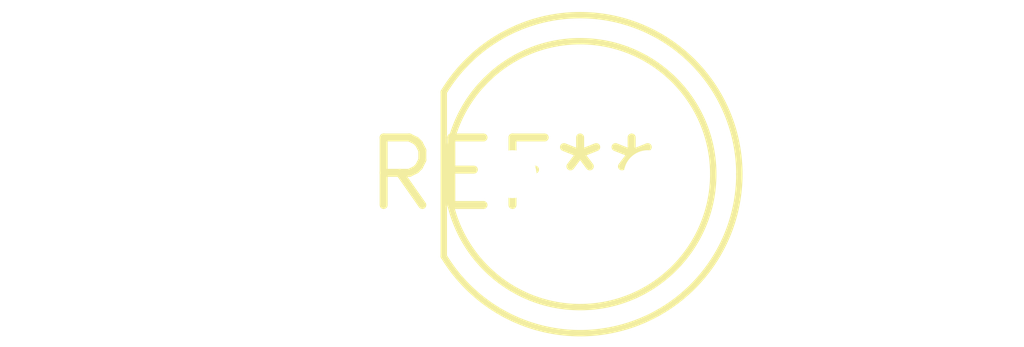
<source format=kicad_pcb>
(kicad_pcb (version 20240108) (generator pcbnew)
  (layers (0 "F.Cu" signal) (31 "B.Cu" signal) (34 "B.Paste" user) (35 "F.Paste" user) (36 "B.SilkS" user "B.Silkscreen") (37 "F.SilkS" user "F.Silkscreen") (38 "B.Mask" user) (39 "F.Mask" user) (44 "Edge.Cuts" user))
  (net 0 "")
  (footprint "LED_D5.0mm_IRGrey" (layer "F.Cu") (at 0 0)
    (property "Reference" "REF**")
    (property "Value" "LED_D5.0mm_IRGrey")
    (fp_line (start -1.29 -1.545) (end -1.29 1.545) (layer "F.SilkS") (stroke (width 0.12)))
    (fp_arc (start -1.29 -1.54483) (mid 2.072002 -2.880433) (end 4.26 0.000462) (layer "F.SilkS") (stroke (width 0.12)))
    (fp_arc (start 4.26 -0.000462) (mid 2.072002 2.880433) (end -1.29 1.54483) (layer "F.SilkS") (stroke (width 0.12)))
    (fp_circle (center 1.27 0) (end 3.77 0) (layer "F.SilkS") (stroke (width 0.12)) (fill none))
    (pad "1" thru_hole rect (at 0 0) (size 1.8 1.8) (drill 0.9) (layers *.Cu *.Mask) (remove_unused_layers))
    (pad "2" thru_hole circle (at 2.54 0) (size 1.8 1.8) (drill 0.9) (layers *.Cu *.Mask) (remove_unused_layers))
  )
)
</source>
